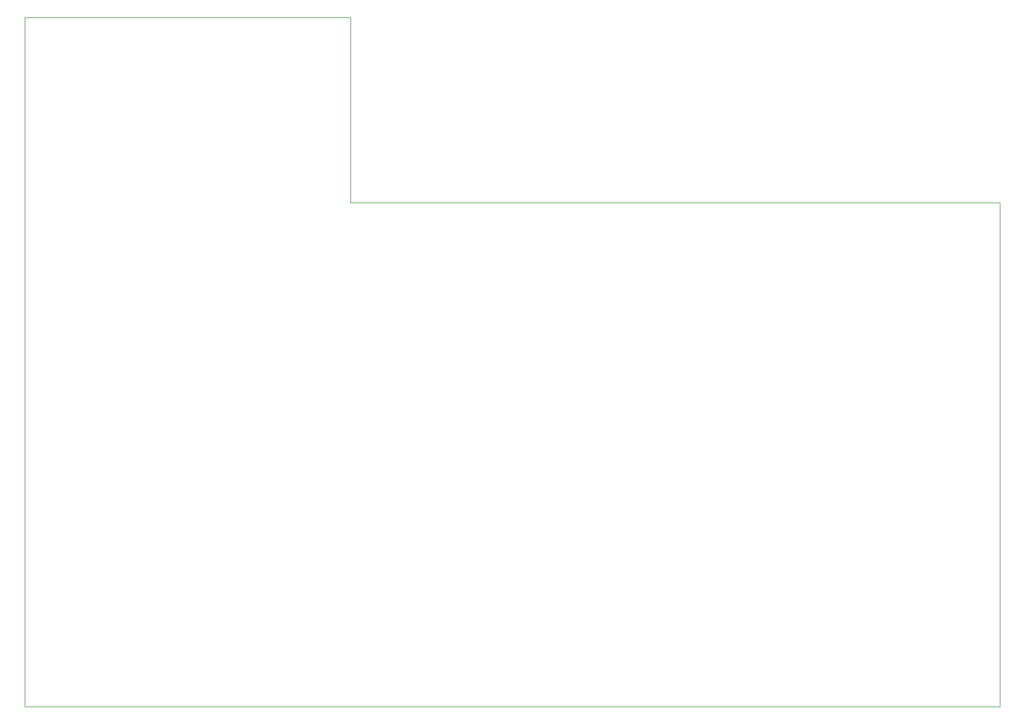
<source format=gm1>
G04 #@! TF.GenerationSoftware,KiCad,Pcbnew,(5.1.5)-3*
G04 #@! TF.CreationDate,2020-03-16T17:52:29+03:00*
G04 #@! TF.ProjectId,WM1200,574d3132-3030-42e6-9b69-6361645f7063,rev?*
G04 #@! TF.SameCoordinates,Original*
G04 #@! TF.FileFunction,Profile,NP*
%FSLAX46Y46*%
G04 Gerber Fmt 4.6, Leading zero omitted, Abs format (unit mm)*
G04 Created by KiCad (PCBNEW (5.1.5)-3) date 2020-03-16 17:52:29*
%MOMM*%
%LPD*%
G04 APERTURE LIST*
%ADD10C,0.050000*%
G04 APERTURE END LIST*
D10*
X248900000Y-150000000D02*
X101900000Y-150000000D01*
X248900000Y-74000000D02*
X248900000Y-150000000D01*
X151000000Y-74000000D02*
X248900000Y-74000000D01*
X151000000Y-46000000D02*
X151000000Y-74000000D01*
X101900000Y-46000000D02*
X151000000Y-46000000D01*
X101900000Y-150000000D02*
X101900000Y-46000000D01*
M02*

</source>
